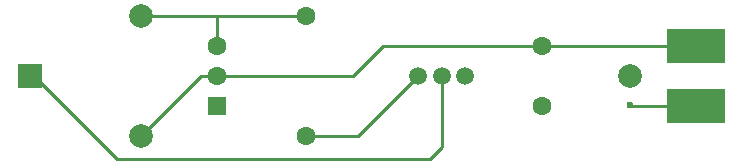
<source format=gbr>
G04 #@! TF.FileFunction,Copper,L1,Top,Signal*
%FSLAX46Y46*%
G04 Gerber Fmt 4.6, Leading zero omitted, Abs format (unit mm)*
G04 Created by KiCad (PCBNEW 4.0.2-stable) date 2017/10/31 17:28:08*
%MOMM*%
G01*
G04 APERTURE LIST*
%ADD10C,0.100000*%
%ADD11R,2.000000X2.000000*%
%ADD12C,2.000000*%
%ADD13C,1.600000*%
%ADD14R,5.000000X3.000000*%
%ADD15C,1.500000*%
%ADD16R,1.600000X1.600000*%
%ADD17C,0.600000*%
%ADD18C,0.250000*%
G04 APERTURE END LIST*
D10*
D11*
X221610000Y-29640000D03*
D12*
X272410000Y-29640000D03*
D13*
X265010000Y-27100000D03*
X265010000Y-32180000D03*
D12*
X231010000Y-34720000D03*
X231010000Y-24560000D03*
D14*
X278010000Y-32180000D03*
X278010000Y-27100000D03*
D13*
X245010000Y-24560000D03*
X245010000Y-34720000D03*
D15*
X254510000Y-29640000D03*
X256510000Y-29640000D03*
X258510000Y-29640000D03*
D16*
X237510000Y-32180000D03*
D13*
X237510000Y-29640000D03*
X237510000Y-27100000D03*
D17*
X272410000Y-32140000D03*
D18*
X221610000Y-29640000D02*
X222010000Y-29640000D01*
X222010000Y-29640000D02*
X229010000Y-36640000D01*
X229010000Y-36640000D02*
X255510000Y-36640000D01*
X255510000Y-36640000D02*
X256510000Y-35640000D01*
X256510000Y-35640000D02*
X256510000Y-29640000D01*
X278010000Y-32180000D02*
X272450000Y-32180000D01*
X272450000Y-32180000D02*
X272410000Y-32140000D01*
X237510000Y-29640000D02*
X236090000Y-29640000D01*
X236090000Y-29640000D02*
X231010000Y-34720000D01*
X265010000Y-27100000D02*
X251550000Y-27100000D01*
X249010000Y-29640000D02*
X237510000Y-29640000D01*
X251550000Y-27100000D02*
X249010000Y-29640000D01*
X265010000Y-27100000D02*
X278010000Y-27100000D01*
X237510000Y-27100000D02*
X237510000Y-24560000D01*
X231010000Y-24560000D02*
X237510000Y-24560000D01*
X237510000Y-24560000D02*
X245010000Y-24560000D01*
X245010000Y-34720000D02*
X249430000Y-34720000D01*
X249430000Y-34720000D02*
X254510000Y-29640000D01*
M02*

</source>
